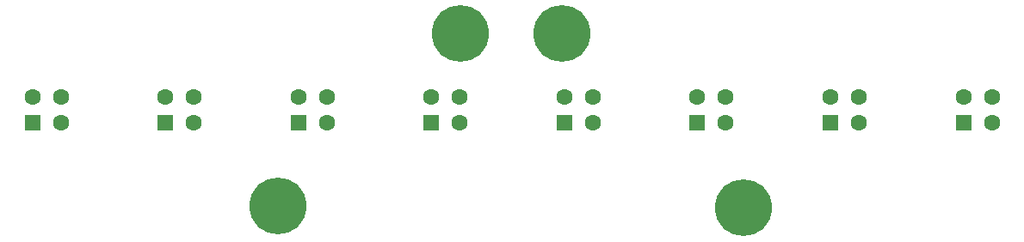
<source format=gbs>
G04 #@! TF.GenerationSoftware,KiCad,Pcbnew,7.0.5*
G04 #@! TF.CreationDate,2023-08-03T16:32:48+02:00*
G04 #@! TF.ProjectId,Sensores,53656e73-6f72-4657-932e-6b696361645f,rev?*
G04 #@! TF.SameCoordinates,Original*
G04 #@! TF.FileFunction,Soldermask,Bot*
G04 #@! TF.FilePolarity,Negative*
%FSLAX46Y46*%
G04 Gerber Fmt 4.6, Leading zero omitted, Abs format (unit mm)*
G04 Created by KiCad (PCBNEW 7.0.5) date 2023-08-03 16:32:48*
%MOMM*%
%LPD*%
G01*
G04 APERTURE LIST*
G04 Aperture macros list*
%AMRoundRect*
0 Rectangle with rounded corners*
0 $1 Rounding radius*
0 $2 $3 $4 $5 $6 $7 $8 $9 X,Y pos of 4 corners*
0 Add a 4 corners polygon primitive as box body*
4,1,4,$2,$3,$4,$5,$6,$7,$8,$9,$2,$3,0*
0 Add four circle primitives for the rounded corners*
1,1,$1+$1,$2,$3*
1,1,$1+$1,$4,$5*
1,1,$1+$1,$6,$7*
1,1,$1+$1,$8,$9*
0 Add four rect primitives between the rounded corners*
20,1,$1+$1,$2,$3,$4,$5,0*
20,1,$1+$1,$4,$5,$6,$7,0*
20,1,$1+$1,$6,$7,$8,$9,0*
20,1,$1+$1,$8,$9,$2,$3,0*%
G04 Aperture macros list end*
%ADD10C,5.600000*%
%ADD11RoundRect,0.249600X-0.550400X-0.550400X0.550400X-0.550400X0.550400X0.550400X-0.550400X0.550400X0*%
%ADD12C,1.600000*%
G04 APERTURE END LIST*
D10*
X186182000Y-113030000D03*
X158292800Y-95859600D03*
X140360400Y-112826800D03*
X168300400Y-95859600D03*
D11*
X194704400Y-104597200D03*
D12*
X194704400Y-102057200D03*
X197504400Y-102057200D03*
X197504400Y-104597200D03*
D11*
X142386400Y-104597200D03*
D12*
X142386400Y-102057200D03*
X145186400Y-102057200D03*
X145186400Y-104597200D03*
D11*
X155436000Y-104597200D03*
D12*
X155436000Y-102057200D03*
X158236000Y-102057200D03*
X158236000Y-104597200D03*
D11*
X168548400Y-104597200D03*
D12*
X168548400Y-102057200D03*
X171348400Y-102057200D03*
X171348400Y-104597200D03*
D11*
X181604000Y-104597200D03*
D12*
X181604000Y-102057200D03*
X184404000Y-102057200D03*
X184404000Y-104597200D03*
D11*
X207810800Y-104597200D03*
D12*
X207810800Y-102057200D03*
X210610800Y-102057200D03*
X210610800Y-104597200D03*
D11*
X129280000Y-104597200D03*
D12*
X129280000Y-102057200D03*
X132080000Y-102057200D03*
X132080000Y-104597200D03*
D11*
X116224400Y-104597200D03*
D12*
X116224400Y-102057200D03*
X119024400Y-102057200D03*
X119024400Y-104597200D03*
M02*

</source>
